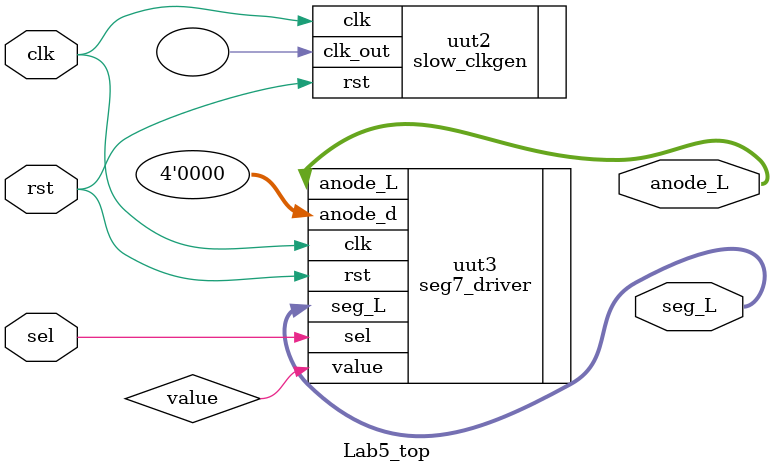
<source format=v>
`timescale 1ns / 1ps

// The top level module. It implements the Verilog system shown in Figure 1.

module Lab5_top(input clk, rst, sel, output [6:0] seg_L, output [3:0] anode_L);

    // declare necessary wires here

    // instantiate modules here
    //scroll uut1 
    slow_clkgen uut2 (.clk(clk), .rst(rst), .clk_out());
    seg7_driver uut3 (.clk(clk), .rst(rst), .sel(sel), .value(value), .anode_d(4'b0000), .seg_L(seg_L), .anode_L(anode_L));

endmodule

</source>
